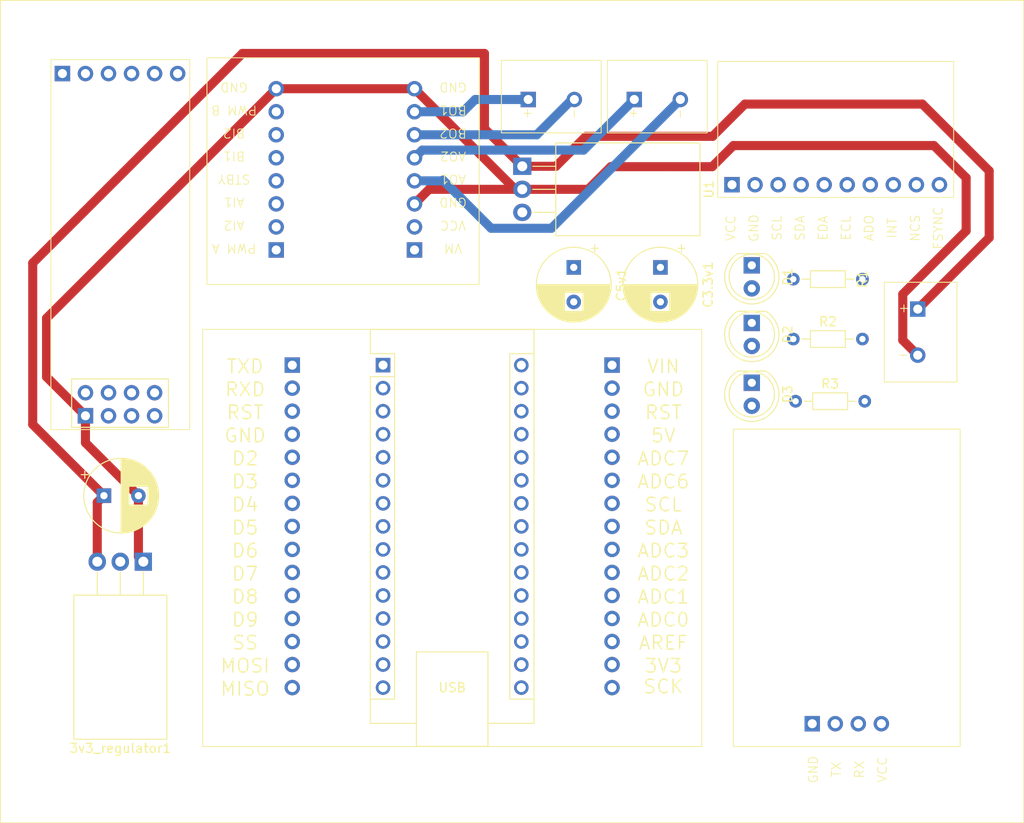
<source format=kicad_pcb>
(kicad_pcb (version 20240108) (generator "pcbnew") (generator_version "8.0")
  (layers (0 "F.Cu" signal) (31 "B.Cu" signal) (34 "B.Paste" user) (35 "F.Paste" user) (36 "B.SilkS" user "B.Silkscreen") (37 "F.SilkS" user "F.Silkscreen") (38 "B.Mask" user) (39 "F.Mask" user) (44 "Edge.Cuts" user))
  (net 0 "")
  (net 1 "Net-(3v3_regulator1-VO)")
  (net 2 "Net-(3v3_regulator1-GND)")
  (net 3 "Net-(3v3_regulator1-VI)")
  (net 4 "Net-(A1-D4)")
  (net 5 "Net-(A1-D11)")
  (net 6 "Net-(A1-A5)")
  (net 7 "Net-(A1-A2)")
  (net 8 "Net-(A1-D6)")
  (net 10 "Net-(A1-A6)")
  (net 11 "Net-(A1-D8)")
  (net 13 "Net-(A1-D9)")
  (net 16 "Net-(A1-D12)")
  (net 17 "Net-(A1-D2)")
  (net 18 "Net-(A1-A3)")
  (net 19 "Net-(A1-+5V)")
  (net 20 "Net-(A1-D10)")
  (net 21 "Net-(A1-D7)")
  (net 22 "Net-(A1-A7)")
  (net 24 "Net-(A1-A1)")
  (net 25 "Net-(A1-D3)")
  (net 26 "Net-(D1-A)")
  (net 27 "Net-(A1-D13)")
  (net 28 "Net-(A1-A4)")
  (net 29 "Net-(A1-A0)")
  (net 30 "Net-(A1-D5)")
  (net 32 "Net-(D2-A)")
  (net 34 "Net-(MOTOR_A1-Input)")
  (net 35 "Net-(MOTOR_A1-GND)")
  (net 36 "Net-(MOTOR_B1-Input)")
  (net 37 "Net-(MOTOR_B1-GND)")
  (net 45 "Net-(D3-A)")
  (footprint "Resistor_THT:R_Axial_DIN0204_L3.6mm_D1.6mm_P7.62mm_Horizontal" (layer "F.Cu") (at 221.234 97.79)
    (property "Reference" "R2" (at 3.81 -1.92 360) (layer "F.SilkS"))
    (property "Value" "R")
    (pad "1" thru_hole circle (at 0 0) (size 1.4 1.4) (drill 0.7) (layers "*.Cu" "*.Mask") (net 32 "Net-(D2-A)"))
    (pad "2" thru_hole oval (at 7.62 0) (size 1.4 1.4) (drill 0.7) (layers "*.Cu" "*.Mask") (net 2 "Net-(3v3_regulator1-GND)"))
  )
  (footprint "LED_THT:LED_D5.0mm" (layer "F.Cu") (at 216.662 96.012 -90)
    (property "Reference" "D2" (at 1.27 -3.96 90) (layer "F.SilkS"))
    (property "Value" "LED")
    (pad "1" thru_hole rect (at 0 0 270) (size 1.8 1.8) (drill 0.9) (layers "*.Cu" "*.Mask") (net 10 "Net-(A1-A6)"))
    (pad "2" thru_hole circle (at 2.54 0 270) (size 1.8 1.8) (drill 0.9) (layers "*.Cu" "*.Mask") (net 32 "Net-(D2-A)"))
  )
  (footprint "Resistor_THT:R_Axial_DIN0204_L3.6mm_D1.6mm_P7.62mm_Horizontal" (layer "F.Cu") (at 221.488 104.648)
    (property "Reference" "R3" (at 3.81 -1.92 360) (layer "F.SilkS"))
    (property "Value" "R")
    (pad "1" thru_hole circle (at 0 0) (size 1.4 1.4) (drill 0.7) (layers "*.Cu" "*.Mask") (net 45 "Net-(D3-A)"))
    (pad "2" thru_hole oval (at 7.62 0) (size 1.4 1.4) (drill 0.7) (layers "*.Cu" "*.Mask") (net 2 "Net-(3v3_regulator1-GND)"))
  )
  (footprint "Footprints_cez:MPU6500" (layer "F.Cu") (at 208.334 75.533143 90)
    (property "Reference" "MPU1" (hide yes))
    (property "Value" "~" (hide yes))
    (fp_text user "ECL" (at -11.446 19.304 90) (layer "F.SilkS") (effects (font (thickness 0.1)) (justify left bottom)))
    (fp_text user "GND" (at -11.612666 9.144 90) (layer "F.SilkS") (effects (font (thickness 0.1)) (justify left bottom)))
    (fp_text user "FSYNC" (at -12.446 29.464 90) (layer "F.SilkS") (effects (font (thickness 0.1)) (justify left bottom)))
    (fp_text user "SDA" (at -11.493619 14.224 90) (layer "F.SilkS") (effects (font (thickness 0.1)) (justify left bottom)))
    (fp_text user "SCL" (at -11.469809 11.684 90) (layer "F.SilkS") (effects (font (thickness 0.1)) (justify left bottom)))
    (fp_text user "INT" (at -11.231714 24.384 90) (layer "F.SilkS") (effects (font (thickness 0.1)) (justify left bottom)))
    (fp_text user "EDA" (at -11.469809 16.764 90) (layer "F.SilkS") (effects (font (thickness 0.1)) (justify left bottom)))
    (fp_text user "ADO" (at -11.541238 21.844 90) (layer "F.SilkS") (effects (font (thickness 0.1)) (justify left bottom)))
    (fp_text user "NCS" (at -11.588857 26.924 90) (layer "F.SilkS") (effects (font (thickness 0.1)) (justify left bottom)))
    (fp_text user "VCC" (at -11.517428 6.604 90) (layer "F.SilkS") (effects (font (thickness 0.1)) (justify left bottom)))
    (pad "" np_thru_hole circle (at 6.699143 6.604 90) (size 2.7 2.7) (drill 2.7) (layers "F&B.Cu" "*.Mask"))
    (pad "" np_thru_hole circle (at 6.699143 28.448 90) (size 2.7 2.7) (drill 2.7) (layers "F&B.Cu" "*.Mask"))
    (pad "1" thru_hole rect (at -5.238857 6.147 90) (size 1.7 1.7) (drill 1) (layers "*.Cu" "*.Mask") (net 19 "Net-(A1-+5V)"))
    (pad "2" thru_hole oval (at -5.238857 8.687 90) (size 1.7 1.7) (drill 1) (layers "*.Cu" "*.Mask") (net 2 "Net-(3v3_regulator1-GND)"))
    (pad "3" thru_hole oval (at -5.238857 11.227 90) (size 1.7 1.7) (drill 1) (layers "*.Cu" "*.Mask") (net 6 "Net-(A1-A5)"))
    (pad "4" thru_hole oval (at -5.238857 13.767 90) (size 1.7 1.7) (drill 1) (layers "*.Cu" "*.Mask") (net 28 "Net-(A1-A4)"))
    (pad "5" thru_hole oval (at -5.238857 16.307 90) (size 1.7 1.7) (drill 1) (layers "*.Cu" "*.Mask"))
    (pad "6" thru_hole oval (at -5.238857 18.847 90) (size 1.7 1.7) (drill 1) (layers "*.Cu" "*.Mask"))
    (pad "7" thru_hole oval (at -5.238857 21.387 90) (size 1.7 1.7) (drill 1) (layers "*.Cu" "*.Mask"))
    (pad "8" thru_hole oval (at -5.238857 23.927 90) (size 1.7 1.7) (drill 1) (layers "*.Cu" "*.Mask"))
    (pad "9" thru_hole oval (at -5.238857 26.467 90) (size 1.7 1.7) (drill 1) (layers "*.Cu" "*.Mask"))
    (pad "10" thru_hole oval (at -5.238857 29.007 90) (size 1.7 1.7) (drill 1) (layers "*.Cu" "*.Mask"))
  )
  (footprint "Resistor_THT:R_Axial_DIN0204_L3.6mm_D1.6mm_P7.62mm_Horizontal" (layer "F.Cu") (at 228.854 91.186 180)
    (property "Reference" "R1" (at 0 0 270) (layer "F.SilkS"))
    (property "Value" "R")
    (pad "1" thru_hole circle (at 0 0 180) (size 1.4 1.4) (drill 0.7) (layers "*.Cu" "*.Mask") (net 26 "Net-(D1-A)"))
    (pad "2" thru_hole oval (at 7.62 0 180) (size 1.4 1.4) (drill 0.7) (layers "*.Cu" "*.Mask") (net 2 "Net-(3v3_regulator1-GND)"))
  )
  (footprint "Footprints_cez:Terminal" (layer "F.Cu") (at 194.818 62.484)
    (property "Reference" "MOTOR_A1" (hide yes))
    (property "Value" "~")
    (fp_text user "-" (at 2.794 11.176 90) (layer "F.SilkS") (effects (font (thickness 0.1)) (justify left bottom)))
    (fp_text user "+" (at -3.556 10.922 0) (layer "F.SilkS") (effects (font (thickness 0.1)) (justify left bottom)))
    (pad "1" thru_hole rect (at -2.794 8.89 90) (size 1.7 1.7) (drill 1) (layers "*.Cu" "*.Mask") (net 34 "Net-(MOTOR_A1-Input)"))
    (pad "2" thru_hole oval (at 2.286 8.89 90) (size 1.7 1.7) (drill 1) (layers "*.Cu" "*.Mask") (net 35 "Net-(MOTOR_A1-GND)"))
  )
  (footprint "Footprints_cez:GY-NEO6MV2" (layer "F.Cu") (at 212.19 124.74 90)
    (property "Reference" "GPS1" (hide yes))
    (property "Value" "~" (hide yes))
    (fp_text user "VCC" (at -22.016381 19.45 90) (layer "F.SilkS") (effects (font (thickness 0.1)) (justify left bottom)))
    (fp_text user "GND" (at -22.111619 11.83 90) (layer "F.SilkS") (effects (font (thickness 0.1)) (justify left bottom)))
    (fp_text user "TX" (at -21.444953 14.37 90) (layer "F.SilkS") (effects (font (thickness 0.1)) (justify left bottom)))
    (fp_text user "RX" (at -21.564 16.91 90) (layer "F.SilkS") (effects (font (thickness 0.1)) (justify left bottom)))
    (pad "" np_thru_hole circle (at -15.976 4.464 90) (size 3.2 3.2) (drill 3.2) (layers "F&B.Cu" "*.Mask"))
    (pad "" np_thru_hole circle (at -15.976 25.292 90) (size 3.2 3.2) (drill 3.2) (layers "F&B.Cu" "*.Mask"))
    (pad "" np_thru_hole circle (at 15.012 4.464 90) (size 3.2 3.2) (drill 3.2) (layers "F&B.Cu" "*.Mask"))
    (pad "" np_thru_hole circle (at 15.012 25.292 90) (size 3.2 3.2) (drill 3.2) (layers "F&B.Cu" "*.Mask"))
    (pad "1" thru_hole rect (at -15.468 11.132 90) (size 1.7 1.7) (drill 1) (layers "*.Cu" "*.Mask") (net 2 "Net-(3v3_regulator1-GND)"))
    (pad "2" thru_hole oval (at -15.468 13.672 90) (size 1.7 1.7) (drill 1) (layers "*.Cu" "*.Mask") (net 25 "Net-(A1-D3)"))
    (pad "3" thru_hole oval (at -15.468 16.212 90) (size 1.7 1.7) (drill 1) (layers "*.Cu" "*.Mask") (net 17 "Net-(A1-D2)"))
    (pad "4" thru_hole oval (at -15.468 18.752 90) (size 1.7 1.7) (drill 1) (layers "*.Cu" "*.Mask") (net 19 "Net-(A1-+5V)"))
  )
  (footprint "Footprints_cez:TB6612FNG" (layer "F.Cu") (at 171.614 93.045 180)
    (property "Reference" "TB6612FNG1" (hide yes))
    (property "Value" "~" (hide yes))
    (fp_text user "VM" (at -13.192191 5.842 180) (layer "F.SilkS") (effects (font (thickness 0.1)) (justify left bottom)))
    (fp_text user "BO2\n" (at -13.692191 18.542 180) (layer "F.SilkS") (effects (font (thickness 0.1)) (justify left bottom)))
    (fp_text user "GND" (at -13.716 10.922 180) (layer "F.SilkS") (effects (font (thickness 0.1)) (justify left bottom)))
    (fp_text user "AI2\n" (at 10.802857 8.382 180) (layer "F.SilkS") (effects (font (thickness 0.1)) (justify left bottom)))
    (fp_text user "STBY" (at 10.16 13.462 180) (layer "F.SilkS") (effects (font (thickness 0.1)) (justify left bottom)))
    (fp_text user "BI2" (at 10.731429 18.542 180) (layer "F.SilkS") (effects (font (thickness 0.1)) (justify left bottom)))
    (fp_text user "BI1" (at 10.731429 16.002 180) (layer "F.SilkS") (effects (font (thickness 0.1)) (justify left bottom)))
    (fp_text user "GND" (at -13.716 23.622 180) (layer "F.SilkS") (effects (font (thickness 0.1)) (justify left bottom)))
    (fp_text user "PWM B" (at 9.421905 21.082 180) (layer "F.SilkS") (effects (font (thickness 0.1)) (justify left bottom)))
    (fp_text user "VCC" (at -13.620762 8.382 180) (layer "F.SilkS") (effects (font (thickness 0.1)) (justify left bottom)))
    (fp_text user "PWM A" (at 9.493333 5.842 180) (layer "F.SilkS") (effects (font (thickness 0.1)) (justify left bottom)))
    (fp_text user "GND" (at 10.421905 23.622 180) (layer "F.SilkS") (effects (font (thickness 0.1)) (justify left bottom)))
    (fp_text user "AO1" (at -13.620762 13.462 180) (layer "F.SilkS") (effects (font (thickness 0.1)) (justify left bottom)))
    (fp_text user "AI1" (at 10.802857 10.922 180) (layer "F.SilkS") (effects (font (thickness 0.1)) (justify left bottom)))
    (fp_text user "AO2" (at -13.620762 16.002 180) (layer "F.SilkS") (effects (font (thickness 0.1)) (justify left bottom)))
    (fp_text user "BO1" (at -13.692191 21.082 180) (layer "F.SilkS") (effects (font (thickness 0.1)) (justify left bottom)))
    (pad "1" thru_hole rect (at -7.874 5.08 180) (size 1.7 1.7) (drill 1) (layers "*.Cu" "*.Mask") (net 3 "Net-(3v3_regulator1-VI)"))
    (pad "2" thru_hole oval (at -7.874 7.62 180) (size 1.7 1.7) (drill 1) (layers "*.Cu" "*.Mask") (net 19 "Net-(A1-+5V)"))
    (pad "3" thru_hole oval (at -7.874 10.16 180) (size 1.7 1.7) (drill 1) (layers "*.Cu" "*.Mask") (net 2 "Net-(3v3_regulator1-GND)"))
    (pad "4" thru_hole oval (at -7.874 12.7 180) (size 1.7 1.7) (drill 1) (layers "*.Cu" "*.Mask") (net 37 "Net-(MOTOR_B1-GND)"))
    (pad "5" thru_hole oval (at -7.874 15.24 180) (size 1.7 1.7) (drill 1) (layers "*.Cu" "*.Mask") (net 36 "Net-(MOTOR_B1-Input)"))
    (pad "6" thru_hole oval (at -7.874 17.78 180) (size 1.7 1.7) (drill 1) (layers "*.Cu" "*.Mask") (net 35 "Net-(MOTOR_A1-GND)"))
    (pad "7" thru_hole oval (at -7.874 20.32 180) (size 1.7 1.7) (drill 1) (layers "*.Cu" "*.Mask") (net 34 "Net-(MOTOR_A1-Input)"))
    (pad "8" thru_hole oval (at -7.874 22.86 180) (size 1.7 1.7) (drill 1) (layers "*.Cu" "*.Mask") (net 2 "Net-(3v3_regulator1-GND)"))
    (pad "9" thru_hole rect (at 7.366 5.08 180) (size 1.7 1.7) (drill 1) (layers "*.Cu" "*.Mask") (net 29 "Net-(A1-A0)"))
    (pad "10" thru_hole oval (at 7.366 7.62 180) (size 1.7 1.7) (drill 1) (layers "*.Cu" "*.Mask") (net 4 "Net-(A1-D4)"))
    (pad "11" thru_hole oval (at 7.366 10.16 180) (size 1.7 1.7) (drill 1) (layers "*.Cu" "*.Mask") (net 30 "Net-(A1-D5)"))
    (pad "12" thru_hole oval (at 7.366 12.7 180) (size 1.7 1.7) (drill 1) (layers "*.Cu" "*.Mask") (net 20 "Net-(A1-D10)"))
    (pad "13" thru_hole oval (at 7.366 15.24 180) (size 1.7 1.7) (drill 1) (layers "*.Cu" "*.Mask") (net 8 "Net-(A1-D6)"))
    (pad "14" thru_hole oval (at 7.366 17.78 180) (size 1.7 1.7) (drill 1) (layers "*.Cu" "*.Mask") (net 21 "Net-(A1-D7)"))
    (pad "15" thru_hole oval (at 7.366 20.32 180) (size 1.7 1.7) (drill 1) (layers "*.Cu" "*.Mask") (net 24 "Net-(A1-A1)"))
    (pad "16" thru_hole oval (at 7.366 22.86 180) (size 1.7 1.7) (drill 1) (layers "*.Cu" "*.Mask") (net 2 "Net-(3v3_regulator1-GND)"))
  )
  (footprint "LED_THT:LED_D5.0mm" (layer "F.Cu") (at 216.662 89.662 -90)
    (property "Reference" "D1" (at 1.27 -3.96 90) (layer "F.SilkS"))
    (property "Value" "LED")
    (pad "1" thru_hole rect (at 0 0 270) (size 1.8 1.8) (drill 0.9) (layers "*.Cu" "*.Mask") (net 18 "Net-(A1-A3)"))
    (pad "2" thru_hole circle (at 2.54 0 270) (size 1.8 1.8) (drill 0.9) (layers "*.Cu" "*.Mask") (net 26 "Net-(D1-A)"))
  )
  (footprint "Capacitor_THT:CP_Radial_D8.0mm_P3.80mm" (layer "F.Cu") (at 197.04 89.891349 -90)
    (property "Reference" "C5v1" (at 1.9 -5.25 90) (layer "F.SilkS"))
    (property "Value" "C_Polarized")
    (pad "1" thru_hole rect (at 0 0 270) (size 1.6 1.6) (drill 0.8) (layers "*.Cu" "*.Mask") (net 19 "Net-(A1-+5V)"))
    (pad "2" thru_hole circle (at 3.8 0 270) (size 1.6 1.6) (drill 0.8) (layers "*.Cu" "*.Mask") (net 2 "Net-(3v3_regulator1-GND)"))
  )
  (footprint "Footprints_cez:nRF24L01_big" (layer "F.Cu") (at 143.226 106.252 90)
    (property "Reference" "NRF1" (hide yes))
    (property "Value" "NRF24L01_Big" (hide yes))
    (pad "0" thru_hole rect (at 37.738 -2.54 90) (size 1.7 1.7) (drill 1) (layers "*.Cu" "*.Mask"))
    (pad "0" thru_hole oval (at 37.738 0 90) (size 1.7 1.7) (drill 1) (layers "*.Cu" "*.Mask"))
    (pad "0" thru_hole oval (at 37.738 2.54 90) (size 1.7 1.7) (drill 1) (layers "*.Cu" "*.Mask"))
    (pad "0" thru_hole oval (at 37.738 5.08 90) (size 1.7 1.7) (drill 1) (layers "*.Cu" "*.Mask"))
    (pad "0" thru_hole oval (at 37.738 7.62 90) (size 1.7 1.7) (drill 1) (layers "*.Cu" "*.Mask"))
    (pad "0" thru_hole oval (at 37.738 10.16 90) (size 1.7 1.7) (drill 1) (layers "*.Cu" "*.Mask"))
    (pad "1" thru_hole rect (at 0 0 90) (size 1.7 1.7) (drill 1) (layers "*.Cu" "*.Mask") (net 2 "Net-(3v3_regulator1-GND)"))
    (pad "2" thru_hole circle (at 2.54 0 90) (size 1.7 1.7) (drill 1) (layers "*.Cu" "*.Mask") (net 1 "Net-(3v3_regulator1-VO)"))
    (pad "3" thru_hole circle (at 0 2.54 90) (size 1.7 1.7) (drill 1) (layers "*.Cu" "*.Mask") (net 11 "Net-(A1-D8)"))
    (pad "4" thru_hole circle (at 2.54 2.54 90) (size 1.7 1.7) (drill 1) (layers "*.Cu" "*.Mask") (net 13 "Net-(A1-D9)"))
    (pad "5" thru_hole circle (at 0 5.08 90) (size 1.7 1.7) (drill 1) (layers "*.Cu" "*.Mask") (net 27 "Net-(A1-D13)"))
    (pad "6" thru_hole circle (at 2.54 5.08 90) (size 1.7 1.7) (drill 1) (layers "*.Cu" "*.Mask") (net 5 "Net-(A1-D11)"))
    (pad "7" thru_hole circle (at 0 7.62 90) (size 1.7 1.7) (drill 1) (layers "*.Cu" "*.Mask") (net 16 "Net-(A1-D12)"))
    (pad "8" thru_hole circle (at 2.54 7.62 90) (size 1.7 1.7) (drill 1) (layers "*.Cu" "*.Mask"))
  )
  (footprint "Footprints_cez:Arduino nano breakout" (layer "F.Cu") (at 176.022 100.667)
    (property "Reference" "A1" (hide yes))
    (property "Value" "Arduino_Nano_v3.x")
    (fp_text user "3V3" (at 28.725857 34.036 0) (layer "F.SilkS") (effects (font (size 1.5 1.5)) (justify left bottom)))
    (fp_text user "MOSI" (at -18.013858 34.036 0) (layer "F.SilkS") (effects (font (size 1.5 1.5)) (justify left bottom)))
    (fp_text user "ADC1\n" (at 27.940143 26.416 0) (layer "F.SilkS") (effects (font (size 1.5 1.5)) (justify left bottom)))
    (fp_text user "SS" (at -16.728143 31.496 0) (layer "F.SilkS") (effects (font (size 1.5 1.5)) (justify left bottom)))
    (fp_text user "VIN" (at 29.011571 1.016 0) (layer "F.SilkS") (effects (font (size 1.5 1.5)) (justify left bottom)))
    (fp_text user "RST" (at 28.761571 6.096 0) (layer "F.SilkS") (effects (font (size 1.5 1.5)) (justify left bottom)))
    (fp_text user "5V" (at 29.440143 8.636 0) (layer "F.SilkS") (effects (font (size 1.5 1.5)) (justify left bottom)))
    (fp_text user "ADC7" (at 27.940143 11.176 0) (layer "F.SilkS") (effects (font (size 1.5 1.5)) (justify left bottom)))
    (fp_text user "USB" (at 7.62 35.56 0) (layer "F.SilkS"))
    (fp_text user "GND" (at -17.585286 8.636 0) (layer "F.SilkS") (effects (font (size 1.5 1.5)) (justify left bottom)))
    (fp_text user "D9\n" (at -16.763857 28.956 0) (layer "F.SilkS") (effects (font (size 1.5 1.5)) (justify left bottom)))
    (fp_text user "GND" (at 28.511571 3.556 0) (layer "F.SilkS") (effects (font (size 1.5 1.5)) (justify left bottom)))
    (fp_text user "SDA" (at 28.690143 18.796 0) (layer "F.SilkS") (effects (font (size 1.5 1.5)) (justify left bottom)))
    (fp_text user "D5\n" (at -16.763857 18.796 0) (layer "F.SilkS") (effects (font (size 1.5 1.5)) (justify left bottom)))
    (fp_text user "MISO" (at -18.013858 36.576 0) (layer "F.SilkS") (effects (font (size 1.5 1.5)) (justify left bottom)))
    (fp_text user "D6\n" (at -16.763857 21.336 0) (layer "F.SilkS") (effects (font (size 1.5 1.5)) (justify left bottom)))
    (fp_text user "D2" (at -16.763857 11.176 0) (layer "F.SilkS") (effects (font (size 1.5 1.5)) (justify left bottom)))
    (fp_text user "D3" (at -16.763857 13.716 0) (layer "F.SilkS") (effects (font (size 1.5 1.5)) (justify left bottom)))
    (fp_text user "D7\n" (at -16.763857 23.876 0) (layer "F.SilkS") (effects (font (size 1.5 1.5)) (justify left bottom)))
    (fp_text user "D4" (at -16.763857 16.256 0) (layer "F.SilkS") (effects (font (size 1.5 1.5)) (justify left bottom)))
    (fp_text user "TXD" (at -17.335286 1.016 0) (layer "F.SilkS") (effects (font (size 1.5 1.5)) (justify left bottom)))
    (fp_text user "RST" (at -17.335286 6.096 0) (layer "F.SilkS") (effects (font (size 1.5 1.5)) (justify left bottom)))
    (fp_text user "ADC2" (at 27.940143 23.876 0) (layer "F.SilkS") (effects (font (size 1.5 1.5)) (justify left bottom)))
    (fp_text user "ADC0" (at 27.940143 28.956 0) (layer "F.SilkS") (effects (font (size 1.5 1.5)) (justify left bottom)))
    (fp_text user "D8\n" (at -16.763857 26.416 0) (layer "F.SilkS") (effects (font (size 1.5 1.5)) (justify left bottom)))
    (fp_text user "ADC6" (at 27.940143 13.716 0) (layer "F.SilkS") (effects (font (size 1.5 1.5)) (justify left bottom)))
    (fp_text user "SCL" (at 28.725857 16.256 0) (layer "F.SilkS") (effects (font (size 1.5 1.5)) (justify left bottom)))
    (fp_text user "RXD" (at -17.513857 3.556 0) (layer "F.SilkS") (effects (font (size 1.5 1.5)) (justify left bottom)))
    (fp_text user "ADC3" (at 27.940143 21.336 0) (layer "F.SilkS") (effects (font (size 1.5 1.5)) (justify left bottom)))
    (fp_text user "SCK" (at 28.583 36.322 0) (layer "F.SilkS") (effects (font (size 1.5 1.5)) (justify left bottom)))
    (fp_text user "AREF" (at 28.083 31.496 0) (layer "F.SilkS") (effects (font (size 1.5 1.5)) (justify left bottom)))
    (pad "1" thru_hole rect (at -9.999857 0) (size 1.7 1.7) (drill 1) (layers "*.Cu" "*.Mask"))
    (pad "1" thru_hole rect (at 0 0) (size 1.6 1.6) (drill 1) (layers "*.Cu" "*.Mask"))
    (pad "2" thru_hole oval (at -9.999857 2.54) (size 1.7 1.7) (drill 1) (layers "*.Cu" "*.Mask"))
    (pad "2" thru_hole oval (at 0 2.54) (size 1.6 1.6) (drill 1) (layers "*.Cu" "*.Mask"))
    (pad "3" thru_hole oval (at -9.999857 5.08) (size 1.7 1.7) (drill 1) (layers "*.Cu" "*.Mask"))
    (pad "3" thru_hole oval (at 0 5.08) (size 1.6 1.6) (drill 1) (layers "*.Cu" "*.Mask"))
    (pad "4" thru_hole oval (at -9.999857 7.62) (size 1.7 1.7) (drill 1) (layers "*.Cu" "*.Mask") (net 2 "Net-(3v3_regulator1-GND)"))
    (pad "4" thru_hole oval (at 0 7.62) (size 1.6 1.6) (drill 1) (layers "*.Cu" "*.Mask") (net 2 "Net-(3v3_regulator1-GND)"))
    (pad "5" thru_hole oval (at -9.999857 10.16) (size 1.7 1.7) (drill 1) (layers "*.Cu" "*.Mask") (net 17 "Net-(A1-D2)"))
    (pad "5" thru_hole oval (at 0 10.16) (size 1.6 1.6) (drill 1) (layers "*.Cu" "*.Mask") (net 17 "Net-(A1-D2)"))
    (pad "6" thru_hole oval (at -9.999857 12.7) (size 1.7 1.7) (drill 1) (layers "*.Cu" "*.Mask") (net 25 "Net-(A1-D3)"))
    (pad "6" thru_hole oval (at 0 12.7) (size 1.6 1.6) (drill 1) (layers "*.Cu" "*.Mask") (net 25 "Net-(A1-D3)"))
    (pad "7" thru_hole oval (at -9.999857 15.24) (size 1.7 1.7) (drill 1) (layers "*.Cu" "*.Mask") (net 4 "Net-(A1-D4)"))
    (pad "7" thru_hole oval (at 0 15.24) (size 1.6 1.6) (drill 1) (layers "*.Cu" "*.Mask") (net 4 "Net-(A1-D4)"))
    (pad "8" thru_hole oval (at -9.999857 17.78) (size 1.7 1.7) (drill 1) (layers "*.Cu" "*.Mask") (net 30 "Net-(A1-D5)"))
    (pad "8" thru_hole oval (at 0 17.78) (size 1.6 1.6) (drill 1) (layers "*.Cu" "*.Mask") (net 30 "Net-(A1-D5)"))
    (pad "9" thru_hole oval (at -9.999857 20.32) (size 1.7 1.7) (drill 1) (layers "*.Cu" "*.Mask") (net 8 "Net-(A1-D6)"))
    (pad "9" thru_hole oval (at 0 20.32) (size 1.6 1.6) (drill 1) (layers "*.Cu" "*.Mask") (net 8 "Net-(A1-D6)"))
    (pad "10" thru_hole oval (at -9.999857 22.86) (size 1.7 1.7) (drill 1) (layers "*.Cu" "*.Mask") (net 21 "Net-(A1-D7)"))
    (pad "10" thru_hole oval (at 0 22.86) (size 1.6 1.6) (drill 1) (layers "*.Cu" "*.Mask") (net 21 "Net-(A1-D7)"))
    (pad "11" thru_hole oval (at -9.999857 25.4) (size 1.7 1.7) (drill 1) (layers "*.Cu" "*.Mask") (net 11 "Net-(A1-D8)"))
    (pad "11" thru_hole oval (at 0 25.4) (size 1.6 1.6) (drill 1) (layers "*.Cu" "*.Mask") (net 11 "Net-(A1-D8)"))
    (pad "12" thru_hole oval (at -9.999857 27.94) (size 1.7 1.7) (drill 1) (layers "*.Cu" "*.Mask") (net 13 "Net-(A1-D9)"))
    (pad "12" thru_hole oval (at 0 27.94) (size 1.6 1.6) (drill 1) (layers "*.Cu" "*.Mask") (net 13 "Net-(A1-D9)"))
    (pad "13" thru_hole oval (at -9.999857 30.48) (size 1.7 1.7) (drill 1) (layers "*.Cu" "*.Mask") (net 20 "Net-(A1-D10)"))
    (pad "13" thru_hole oval (at 0 30.48) (size 1.6 1.6) (drill 1) (layers "*.Cu" "*.Mask") (net 20 "Net-(A1-D10)"))
    (pad "14" thru_hole oval (at -9.999857 33.02) (size 1.7 1.7) (drill 1) (layers "*.Cu" "*.Mask") (net 5 "Net-(A1-D11)"))
    (pad "14" thru_hole oval (at 0 33.02) (size 1.6 1.6) (drill 1) (layers "*.Cu" "*.Mask") (net 5 "Net-(A1-D11)"))
    (pad "15" thru_hole oval (at -9.999857 35.56) (size 1.7 1.7) (drill 1) (layers "*.Cu" "*.Mask") (net 16 "Net-(A1-D12)"))
    (pad "15" thru_hole oval (at 0 35.56) (size 1.6 1.6) (drill 1) (layers "*.Cu" "*.Mask") (net 16 "Net-(A1-D12)"))
    (pad "16" thru_hole oval (at 15.24 35.56) (size 1.6 1.6) (drill 1) (layers "*.Cu" "*.Mask") (net 27 "Net-(A1-D13)"))
    (pad "16" thru_hole oval (at 25.240143 35.56) (size 1.7 1.7) (drill 1) (layers "*.Cu" "*.Mask") (net 27 "Net-(A1-D13)"))
    (pad "17" thru_hole oval (at 15.24 33.02) (size 1.6 1.6) (drill 1) (layers "*.Cu" "*.Mask"))
    (pad "17" thru_hole oval (at 25.240143 33.02) (size 1.7 1.7) (drill 1) (layers "*.Cu" "*.Mask"))
    (pad "18" thru_hole oval (at 15.24 30.48) (size 1.6 1.6) (drill 1) (layers "*.Cu" "*.Mask"))
    (pad "18" thru_hole oval (at 25.240143 30.48) (size 1.7 1.7) (drill 1) (layers "*.Cu" "*.Mask"))
    (pad "19" thru_hole oval (at 15.24 27.94) (size 1.6 1.6) (drill 1) (layers "*.Cu" "*.Mask") (net 29 "Net-(A1-A0)"))
    (pad "19" thru_hole oval (at 25.240143 27.94) (size 1.7 1.7) (drill 1) (layers "*.Cu" "*.Mask") (net 29 "Net-(A1-A0)"))
    (pad "20" thru_hole oval (at 15.24 25.4) (size 1.6 1.6) (drill 1) (layers "*.Cu" "*.Mask") (net 24 "Net-(A1-A1)"))
    (pad "20" thru_hole oval (at 25.240143 25.4) (size 1.7 1.7) (drill 1) (layers "*.Cu" "*.Mask") (net 24 "Net-(A1-A1)"))
    (pad "21" thru_hole oval (at 15.24 22.86) (size 1.6 1.6) (drill 1) (layers "*.Cu" "*.Mask") (net 7 "Net-(A1-A2)"))
    (pad "21" thru_hole oval (at 25.240143 22.86) (size 1.7 1.7) (drill 1) (layers "*.Cu" "*.Mask") (net 7 "Net-(A1-A2)"))
    (pad "22" thru_hole oval (at 15.24 20.32) (size 1.6 1.6) (drill 1) (layers "*.Cu" "*.Mask") (net 18 "Net-(A1-A3)"))
    (pad "22" thru_hole oval (at 25.240143 20.32) (size 1.7 1.7) (drill 1) (layers "*.Cu" "*.Mask") (net 18 "Net-(A1-A3)"))
    (pad "23" thru_hole oval (at 15.24 17.78) (size 1.6 1.6) (drill 1) (layers "*.Cu" "*.Mask") (net 28 "Net-(A1-A4)"))
    (pad "23" thru_hole oval (at 25.240143 17.78) (size 1.7 1.7) (drill 1) (layers "*.Cu" "*.Mask") (net 28 "Net-(A1-A4)"))
    (pad "24" thru_hole oval (at 15.24 15.24) (size 1.6 1.6) (drill 1) (layers "*.Cu" "*.Mask") (net 6 "Net-(A1-A5)"))
    (pad "24" thru_hole oval (at 25.240143 15.24) (size 1.7 1.7) (drill 1) (layers "*.Cu" "*.Mask") (net 6 "Net-(A1-A5)"))
    (pad "25" thru_hole oval (at 15.24 12.7) (size 1.6 1.6) (drill 1) (layers "*.Cu" "*.Mask") (net 10 "Net-(A1-A6)"))
    (pad "25" thru_hole oval (at 25.240143 12.7) (size 1.7 1.7) (drill 1) (layers "*.Cu" "*.Mask") (net 10 "Net-(A1-A6)"))
    (pad "26" thru_hole oval (at 15.24 10.16) (size 1.6 1.6) (drill 1) (layers "*.Cu" "*.Mask") (net 22 "Net-(A1-A7)"))
    (pad "26" thru_hole oval (at 25.240143 10.16) (size 1.7 1.7) (drill 1) (layers "*.Cu" "*.Mask") (net 22 "Net-(A1-A7)"))
    (pad "27" thru_hole oval (at 15.24 7.62) (size 1.6 1.6) (drill 1) (layers "*.Cu" "*.Mask") (net 19 "Net-(A1-+5V)"))
    (pad "27" thru_hole oval (at 25.240143 7.62) (size 1.7 1.7) (drill 1) (layers "*.Cu" "*.Mask") (net 19 "Net-(A1-+5V)"))
    (pad "28" thru_hole oval (at 15.24 5.08) (size 1.6 1.6) (drill 1) (layers "*.Cu" "*.Mask"))
    (pad "28" thru_hole oval (at 25.240143 5.08) (size 1.7 1.7) (drill 1) (layers "*.Cu" "*.Mask"))
    (pad "29" thru_hole oval (at 15.24 2.54) (size 1.6 1.6) (drill 1) (layers "*.Cu" "*.Mask") (net 2 "Net-(3v3_regulator1-GND)"))
    (pad "29" thru_hole oval (at 25.240143 2.54) (size 1.7 1.7) (drill 1) (layers "*.Cu" "*.Mask") (net 2 "Net-(3v3_regulator1-GND)"))
    (pad "30" thru_hole oval (at 15.24 0) (size 1.6 1.6) (drill 1) (layers "*.Cu" "*.Mask"))
    (pad "30" thru_hole rect (at 25.240143 0) (size 1.7 1.7) (drill 1) (layers "*.Cu" "*.Mask"))
  )
  (footprint "Footprints_cez:Terminal" (layer "F.Cu") (at 206.502 62.484)
    (property "Reference" "MOTOR_B1" (hide yes))
    (property "Value" "~")
    (fp_text user "-" (at 2.794 11.176 90) (layer "F.SilkS") (effects (font (thickness 0.1)) (justify left bottom)))
    (fp_text user "+" (at -3.556 10.922 0) (layer "F.SilkS") (effects (font (thickness 0.1)) (justify left bottom)))
    (pad "1" thru_hole rect (at -2.794 8.89 90) (size 1.7 1.7) (drill 1) (layers "*.Cu" "*.Mask") (net 36 "Net-(MOTOR_B1-Input)"))
    (pad "2" thru_hole oval (at 2.286 8.89 90) (size 1.7 1.7) (drill 1) (layers "*.Cu" "*.Mask") (net 37 "Net-(MOTOR_B1-GND)"))
  )
  (footprint "Package_TO_SOT_THT:TO-220-3_Horizontal_TabDown" (layer "F.Cu") (at 149.606 122.342 180)
    (property "Reference" "3v3_regulator1" (at 2.54 -20.58 180) (layer "F.SilkS"))
    (property "Value" "LD1117V33")
    (pad "" np_thru_hole oval (at 2.54 -16.66 180) (size 3.5 3.5) (drill 3.5) (layers "*.Cu" "*.Mask"))
    (pad "1" thru_hole rect (at 0 0 180) (size 1.905 2) (drill 1.1) (layers "*.Cu" "*.Mask") (net 2 "Net-(3v3_regulator1-GND)"))
    (pad "2" thru_hole oval (at 2.54 0 180) (size 1.905 2) (drill 1.1) (layers "*.Cu" "*.Mask") (net 1 "Net-(3v3_regulator1-VO)"))
    (pad "3" thru_hole oval (at 5.08 0 180) (size 1.905 2) (drill 1.1) (layers "*.Cu" "*.Mask") (net 3 "Net-(3v3_regulator1-VI)"))
  )
  (footprint "Capacitor_THT:CP_Radial_D8.0mm_P3.80mm" (layer "F.Cu") (at 206.59 89.891349 -90)
    (property "Reference" "C3.3v1" (at 1.9 -5.25 90) (layer "F.SilkS"))
    (property "Value" "C_Polarized")
    (pad "1" thru_hole rect (at 0 0 270) (size 1.6 1.6) (drill 0.8) (layers "*.Cu" "*.Mask") (net 1 "Net-(3v3_regulator1-VO)"))
    (pad "2" thru_hole circle (at 3.8 0 270) (size 1.6 1.6) (drill 0.8) (layers "*.Cu" "*.Mask") (net 2 "Net-(3v3_regulator1-GND)"))
  )
  (footprint "Footprints_cez:Terminal" (layer "F.Cu") (at 243.84 97.282 -90)
    (property "Reference" "POWER_INPUT1" (hide yes))
    (property "Value" "~")
    (fp_text user "-" (at 2.794 11.176 0) (layer "F.SilkS") (effects (font (thickness 0.1)) (justify left bottom)))
    (fp_text user "+" (at -3.556 10.922 -90) (layer "F.SilkS") (effects (font (thickness 0.1)) (justify left bottom)))
    (pad "1" thru_hole rect (at -2.794 8.89) (size 1.7 1.7) (drill 1) (layers "*.Cu" "*.Mask") (net 3 "Net-(3v3_regulator1-VI)"))
    (pad "2" thru_hole oval (at 2.286 8.89) (size 1.7 1.7) (drill 1) (layers "*.Cu" "*.Mask") (net 2 "Net-(3v3_regulator1-GND)"))
  )
  (footprint "Package_TO_SOT_THT:TO-220-3_Horizontal_TabDown" (layer "F.Cu") (at 191.366 78.74 -90)
    (property "Reference" "U1" (at 2.54 -20.58 90) (layer "F.SilkS"))
    (property "Value" "L7805")
    (pad "" np_thru_hole oval (at 2.54 -16.66 270) (size 3.5 3.5) (drill 3.5) (layers "*.Cu" "*.Mask"))
    (pad "1" thru_hole rect (at 0 0 270) (size 1.905 2) (drill 1.1) (layers "*.Cu" "*.Mask") (net 3 "Net-(3v3_regulator1-VI)"))
    (pad "2" thru_hole oval (at 2.54 0 270) (size 1.905 2) (drill 1.1) (layers "*.Cu" "*.Mask") (net 2 "Net-(3v3_regulator1-GND)"))
    (pad "3" thru_hole oval (at 5.08 0 270) (size 1.905 2) (drill 1.1) (layers "*.Cu" "*.Mask") (net 19 "Net-(A1-+5V)"))
  )
  (footprint "LED_THT:LED_D5.0mm" (layer "F.Cu") (at 216.662 102.611 -90)
    (property "Reference" "D3" (at 1.27 -3.96 90) (layer "F.SilkS"))
    (property "Value" "LED")
    (pad "1" thru_hole rect (at 0 0 270) (size 1.8 1.8) (drill 0.9) (layers "*.Cu" "*.Mask") (net 22 "Net-(A1-A7)"))
    (pad "2" thru_hole circle (at 2.54 0 270) (size 1.8 1.8) (drill 0.9) (layers "*.Cu" "*.Mask") (net 45 "Net-(D3-A)"))
  )
  (footprint "Capacitor_THT:CP_Radial_D8.0mm_P3.80mm" (layer "F.Cu") (at 145.263349 115.062)
    (property "Reference" "C12v1" (hide yes))
    (property "Value" "C_Polarized")
    (pad "1" thru_hole rect (at 0 0) (size 1.6 1.6) (drill 0.8) (layers "*.Cu" "*.Mask") (net 3 "Net-(3v3_regulator1-VI)"))
    (pad "2" thru_hole circle (at 3.8 0) (size 1.6 1.6) (drill 0.8) (layers "*.Cu" "*.Mask") (net 2 "Net-(3v3_regulator1-GND)"))
  )
  (gr_rect (start 133.858 60.452) (end 246.634 151.13) (stroke (width 0.1)) (fill none) (layer "F.SilkS"))
  (segment (start 143.226 106.252) (end 143.226 109.224651) (width 1) (layer "F.Cu") (net 2))
  (segment (start 233.3 92.838) (end 240.284 85.854) (width 1) (layer "F.Cu") (net 2))
  (segment (start 240.284 85.854) (end 240.284 80.01) (width 1) (layer "F.Cu") (net 2))
  (segment (start 233.3 97.918) (end 233.3 92.838) (width 1) (layer "F.Cu") (net 2))
  (segment (start 190.583 81.28) (end 191.366 81.28) (width 1) (layer "F.Cu") (net 2))
  (segment (start 138.938 95.495) (end 138.938 101.964) (width 1) (layer "F.Cu") (net 2))
  (segment (start 234.95 99.568) (end 233.3 97.918) (width 1) (layer "F.Cu") (net 2))
  (segment (start 143.226 109.224651) (end 149.063349 115.062) (width 1) (layer "F.Cu") (net 2))
  (segment (start 164.248 70.185) (end 138.938 95.495) (width 1) (layer "F.Cu") (net 2))
  (segment (start 198.628 81.28) (end 191.366 81.28) (width 1) (layer "F.Cu") (net 2))
  (segment (start 149.063349 115.062) (end 149.063349 121.799349) (width 1) (layer "F.Cu") (net 2))
  (segment (start 149.063349 121.799349) (end 149.606 122.342) (width 1) (layer "F.Cu") (net 2))
  (segment (start 179.488 70.185) (end 190.583 81.28) (width 1) (layer "F.Cu") (net 2))
  (segment (start 214.63 76.454) (end 212.304 78.78) (width 1) (layer "F.Cu") (net 2))
  (segment (start 212.304 78.78) (end 201.128 78.78) (width 1) (layer "F.Cu") (net 2))
  (segment (start 138.938 101.964) (end 143.226 106.252) (width 1) (layer "F.Cu") (net 2))
  (segment (start 181.093 81.28) (end 179.488 82.885) (width 1) (layer "F.Cu") (net 2))
  (segment (start 191.366 81.28) (end 181.093 81.28) (width 1) (layer "F.Cu") (net 2))
  (segment (start 236.728 76.454) (end 214.63 76.454) (width 1) (layer "F.Cu") (net 2))
  (segment (start 179.488 70.185) (end 164.248 70.185) (width 1) (layer "F.Cu") (net 2))
  (segment (start 240.284 80.01) (end 236.728 76.454) (width 1) (layer "F.Cu") (net 2))
  (segment (start 201.128 78.78) (end 198.628 81.28) (width 1) (layer "F.Cu") (net 2))
  (segment (start 187.198 74.572) (end 187.198 66.294) (width 1) (layer "F.Cu") (net 3))
  (segment (start 215.9 71.882) (end 212.344 75.438) (width 1) (layer "F.Cu") (net 3))
  (segment (start 234.95 94.488) (end 242.824 86.614) (width 1) (layer "F.Cu") (net 3))
  (segment (start 242.824 79.248) (end 235.458 71.882) (width 1) (layer "F.Cu") (net 3))
  (segment (start 242.824 86.614) (end 242.824 79.248) (width 1) (layer "F.Cu") (net 3))
  (segment (start 235.458 71.882) (end 215.9 71.882) (width 1) (layer "F.Cu") (net 3))
  (segment (start 191.366 78.74) (end 187.198 74.572) (width 1) (layer "F.Cu") (net 3))
  (segment (start 137.414 89.408) (end 137.414 107.212651) (width 1) (layer "F.Cu") (net 3))
  (segment (start 195.072 78.74) (end 191.366 78.74) (width 1) (layer "F.Cu") (net 3))
  (segment (start 187.198 66.294) (end 160.528 66.294) (width 1) (layer "F.Cu") (net 3))
  (segment (start 160.528 66.294) (end 137.414 89.408) (width 1) (layer "F.Cu") (net 3))
  (segment (start 198.374 75.438) (end 195.072 78.74) (width 1) (layer "F.Cu") (net 3))
  (segment (start 144.526 115.799349) (end 145.263349 115.062) (width 1) (layer "F.Cu") (net 3))
  (segment (start 212.344 75.438) (end 198.374 75.438) (width 1) (layer "F.Cu") (net 3))
  (segment (start 144.526 122.342) (end 144.526 115.799349) (width 1) (layer "F.Cu") (net 3))
  (segment (start 137.414 107.212651) (end 145.263349 115.062) (width 1) (layer "F.Cu") (net 3))
  (segment (start 184.831 72.725) (end 179.488 72.725) (width 1) (layer "B.Cu") (net 34))
  (segment (start 192.024 71.374) (end 186.182 71.374) (width 1) (layer "B.Cu") (net 34))
  (segment (start 186.182 71.374) (end 184.831 72.725) (width 1) (layer "B.Cu") (net 34))
  (segment (start 192.959 75.265) (end 179.488 75.265) (width 1) (layer "B.Cu") (net 35))
  (segment (start 196.85 71.374) (end 192.959 75.265) (width 1) (layer "B.Cu") (net 35))
  (segment (start 197.104 71.374) (end 196.85 71.374) (width 1) (layer "B.Cu") (net 35))
  (segment (start 198.127 76.955) (end 180.338 76.955) (width 1) (layer "B.Cu") (net 36))
  (segment (start 203.708 71.374) (end 198.127 76.955) (width 1) (layer "B.Cu") (net 36))
  (segment (start 180.338 76.955) (end 179.488 77.805) (width 1) (layer "B.Cu") (net 36))
  (segment (start 194.5895 85.5725) (end 187.9345 85.5725) (width 1) (layer "B.Cu") (net 37))
  (segment (start 182.626 80.264) (end 182.545 80.345) (width 1) (layer "B.Cu") (net 37))
  (segment (start 182.545 80.345) (end 179.488 80.345) (width 1) (layer "B.Cu") (net 37))
  (segment (start 187.9345 85.5725) (end 182.626 80.264) (width 1) (layer "B.Cu") (net 37))
  (segment (start 208.788 71.374) (end 194.5895 85.5725) (width 1) (layer "B.Cu") (net 37))
)
</source>
